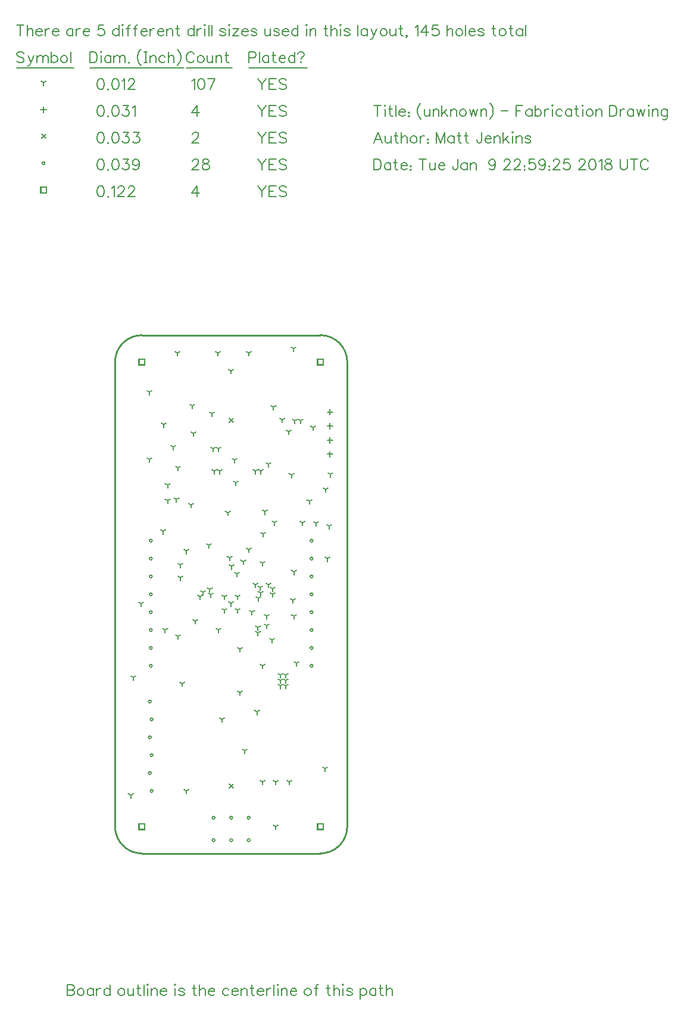
<source format=gbr>
G04 start of page 14 for group -3984 idx -3984 *
G04 Title: (unknown), fab *
G04 Creator: pcb 1.99z *
G04 CreationDate: Tue Jan  9 22:59:25 2018 UTC *
G04 For: matt *
G04 Format: Gerber/RS-274X *
G04 PCB-Dimensions (mm): 60.96 109.22 *
G04 PCB-Coordinate-Origin: lower left *
%MOMM*%
%FSLAX43Y43*%
%LNFAB*%
%ADD88C,0.254*%
%ADD87C,0.152*%
%ADD86R,0.203X0.203*%
G54D86*X42774Y88036D02*X43586D01*
X42774D02*Y87224D01*
X43586D01*
Y88036D02*Y87224D01*
X17374Y88036D02*X18186D01*
X17374D02*Y87224D01*
X18186D01*
Y88036D02*Y87224D01*
X42774Y21996D02*X43586D01*
X42774D02*Y21184D01*
X43586D01*
Y21996D02*Y21184D01*
X17374Y21996D02*X18186D01*
X17374D02*Y21184D01*
X18186D01*
Y21996D02*Y21184D01*
X3404Y112484D02*X4216D01*
X3404D02*Y111671D01*
X4216D01*
Y112484D02*Y111671D01*
G54D87*X34290Y112649D02*X34870Y111923D01*
Y111125D01*
X35451Y112649D02*X34870Y111923D01*
X35909Y112649D02*Y111125D01*
Y112649D02*X36852D01*
X35909Y111923D02*X36489D01*
X35909Y111125D02*X36852D01*
X38325Y112431D02*X38180Y112576D01*
X37962Y112649D01*
X37672D02*X37962D01*
X37672D02*X37454Y112576D01*
X37309Y112431D01*
Y112286D01*
X37381Y112141D01*
X37454Y112068D01*
X37599Y111996D01*
X38035Y111851D01*
X38180Y111778D01*
X38252Y111706D01*
X38325Y111560D01*
Y111342D01*
X38180Y111198D01*
X37962Y111125D01*
X37672D02*X37962D01*
X37672D02*X37454Y111198D01*
X37309Y111342D01*
X25617Y112649D02*X24892Y111633D01*
X25980D01*
X25617Y112649D02*Y111125D01*
X11865Y112649D02*X11648Y112577D01*
X11502Y112359D01*
X11430Y111996D01*
Y111778D01*
X11502Y111415D01*
X11648Y111198D01*
X11865Y111125D01*
X12011D01*
X12228Y111198D01*
X12373Y111415D01*
X12446Y111778D01*
Y111996D02*Y111778D01*
Y111996D02*X12373Y112359D01*
X12228Y112577D01*
X12011Y112649D01*
X11865D02*X12011D01*
X12976Y111239D02*X12903Y111167D01*
X12976Y111095D01*
X13048Y111167D01*
X12976Y111239D01*
X13505Y112359D02*X13650Y112432D01*
X13868Y112649D01*
Y111125D01*
X14398Y112359D02*Y112286D01*
Y112359D02*X14470Y112504D01*
X14542Y112577D01*
X14688Y112649D01*
X14978D01*
X15123Y112577D01*
X15196Y112504D01*
X15268Y112359D01*
Y112214D01*
X15196Y112068D01*
X15051Y111851D01*
X14325Y111125D01*
X15341D01*
X15871Y112359D02*Y112286D01*
Y112359D02*X15943Y112504D01*
X16015Y112577D01*
X16161Y112649D01*
X16451D01*
X16596Y112577D01*
X16669Y112504D01*
X16741Y112359D01*
Y112214D01*
X16669Y112068D01*
X16524Y111851D01*
X15798Y111125D01*
X16814D01*
X27777Y19660D02*G75*G03X28183Y19660I203J0D01*G01*
G75*G03X27777Y19660I-203J0D01*G01*
X30277D02*G75*G03X30683Y19660I203J0D01*G01*
G75*G03X30277Y19660I-203J0D01*G01*
X32777D02*G75*G03X33183Y19660I203J0D01*G01*
G75*G03X32777Y19660I-203J0D01*G01*
Y22860D02*G75*G03X33183Y22860I203J0D01*G01*
G75*G03X32777Y22860I-203J0D01*G01*
X30277D02*G75*G03X30683Y22860I203J0D01*G01*
G75*G03X30277Y22860I-203J0D01*G01*
X27777D02*G75*G03X28183Y22860I203J0D01*G01*
G75*G03X27777Y22860I-203J0D01*G01*
X18720Y39370D02*G75*G03X19126Y39370I203J0D01*G01*
G75*G03X18720Y39370I-203J0D01*G01*
X18974Y36830D02*G75*G03X19380Y36830I203J0D01*G01*
G75*G03X18974Y36830I-203J0D01*G01*
X18720Y34290D02*G75*G03X19126Y34290I203J0D01*G01*
G75*G03X18720Y34290I-203J0D01*G01*
X18974Y31750D02*G75*G03X19380Y31750I203J0D01*G01*
G75*G03X18974Y31750I-203J0D01*G01*
X18720Y29210D02*G75*G03X19126Y29210I203J0D01*G01*
G75*G03X18720Y29210I-203J0D01*G01*
X18974Y26670D02*G75*G03X19380Y26670I203J0D01*G01*
G75*G03X18974Y26670I-203J0D01*G01*
X18847Y62230D02*G75*G03X19253Y62230I203J0D01*G01*
G75*G03X18847Y62230I-203J0D01*G01*
Y59690D02*G75*G03X19253Y59690I203J0D01*G01*
G75*G03X18847Y59690I-203J0D01*G01*
Y57150D02*G75*G03X19253Y57150I203J0D01*G01*
G75*G03X18847Y57150I-203J0D01*G01*
Y54610D02*G75*G03X19253Y54610I203J0D01*G01*
G75*G03X18847Y54610I-203J0D01*G01*
Y52070D02*G75*G03X19253Y52070I203J0D01*G01*
G75*G03X18847Y52070I-203J0D01*G01*
Y49530D02*G75*G03X19253Y49530I203J0D01*G01*
G75*G03X18847Y49530I-203J0D01*G01*
Y46990D02*G75*G03X19253Y46990I203J0D01*G01*
G75*G03X18847Y46990I-203J0D01*G01*
Y44450D02*G75*G03X19253Y44450I203J0D01*G01*
G75*G03X18847Y44450I-203J0D01*G01*
X41707D02*G75*G03X42113Y44450I203J0D01*G01*
G75*G03X41707Y44450I-203J0D01*G01*
Y46990D02*G75*G03X42113Y46990I203J0D01*G01*
G75*G03X41707Y46990I-203J0D01*G01*
Y49530D02*G75*G03X42113Y49530I203J0D01*G01*
G75*G03X41707Y49530I-203J0D01*G01*
Y52070D02*G75*G03X42113Y52070I203J0D01*G01*
G75*G03X41707Y52070I-203J0D01*G01*
Y54610D02*G75*G03X42113Y54610I203J0D01*G01*
G75*G03X41707Y54610I-203J0D01*G01*
Y57150D02*G75*G03X42113Y57150I203J0D01*G01*
G75*G03X41707Y57150I-203J0D01*G01*
Y59690D02*G75*G03X42113Y59690I203J0D01*G01*
G75*G03X41707Y59690I-203J0D01*G01*
Y62230D02*G75*G03X42113Y62230I203J0D01*G01*
G75*G03X41707Y62230I-203J0D01*G01*
X3607Y115888D02*G75*G03X4013Y115888I203J0D01*G01*
G75*G03X3607Y115888I-203J0D01*G01*
X34290Y116459D02*X34870Y115733D01*
Y114935D01*
X35451Y116459D02*X34870Y115733D01*
X35909Y116459D02*Y114935D01*
Y116459D02*X36852D01*
X35909Y115733D02*X36489D01*
X35909Y114935D02*X36852D01*
X38325Y116241D02*X38180Y116386D01*
X37962Y116459D01*
X37672D02*X37962D01*
X37672D02*X37454Y116386D01*
X37309Y116241D01*
Y116096D01*
X37381Y115951D01*
X37454Y115878D01*
X37599Y115806D01*
X38035Y115661D01*
X38180Y115588D01*
X38252Y115516D01*
X38325Y115370D01*
Y115152D01*
X38180Y115008D01*
X37962Y114935D01*
X37672D02*X37962D01*
X37672D02*X37454Y115008D01*
X37309Y115152D01*
X24964Y116169D02*Y116096D01*
Y116169D02*X25037Y116314D01*
X25109Y116387D01*
X25255Y116459D01*
X25545D01*
X25690Y116387D01*
X25763Y116314D01*
X25835Y116169D01*
Y116024D01*
X25763Y115878D01*
X25617Y115661D01*
X24892Y114935D01*
X25908D01*
X26728Y116459D02*X26510Y116387D01*
X26437Y116242D01*
Y116096D01*
X26510Y115951D01*
X26655Y115878D01*
X26945Y115806D01*
X27163Y115734D01*
X27308Y115588D01*
X27381Y115443D01*
Y115225D01*
X27308Y115080D01*
X27235Y115008D01*
X27018Y114935D01*
X26728D02*X27018D01*
X26728D02*X26510Y115008D01*
X26437Y115080D01*
X26365Y115225D01*
Y115443D02*Y115225D01*
Y115443D02*X26437Y115588D01*
X26582Y115734D01*
X26800Y115806D01*
X27090Y115878D01*
X27235Y115951D01*
X27308Y116096D01*
Y116242D02*Y116096D01*
Y116242D02*X27235Y116387D01*
X27018Y116459D01*
X26728D02*X27018D01*
X11865D02*X11648Y116387D01*
X11502Y116169D01*
X11430Y115806D01*
Y115588D01*
X11502Y115225D01*
X11648Y115008D01*
X11865Y114935D01*
X12011D01*
X12228Y115008D01*
X12373Y115225D01*
X12446Y115588D01*
Y115806D02*Y115588D01*
Y115806D02*X12373Y116169D01*
X12228Y116387D01*
X12011Y116459D01*
X11865D02*X12011D01*
X12976Y115049D02*X12903Y114977D01*
X12976Y114905D01*
X13048Y114977D01*
X12976Y115049D01*
X13941Y116459D02*X13723Y116387D01*
X13578Y116169D01*
X13505Y115806D01*
Y115588D01*
X13578Y115225D01*
X13723Y115008D01*
X13941Y114935D01*
X14086D01*
X14303Y115008D01*
X14449Y115225D01*
X14521Y115588D01*
Y115806D02*Y115588D01*
Y115806D02*X14449Y116169D01*
X14303Y116387D01*
X14086Y116459D01*
X13941D02*X14086D01*
X15123D02*X15922D01*
X15486Y115878D01*
X15704D01*
X15849Y115806D01*
X15922Y115734D01*
X15994Y115516D01*
Y115371D01*
X15922Y115153D01*
X15777Y115008D01*
X15559Y114935D01*
X15341D02*X15559D01*
X15341D02*X15123Y115008D01*
X15051Y115080D01*
X14979Y115225D01*
X17395Y115951D02*X17322Y115734D01*
X17177Y115588D01*
X16959Y115516D01*
X16887D02*X16959D01*
X16887D02*X16669Y115588D01*
X16524Y115734D01*
X16452Y115951D01*
Y116024D02*Y115951D01*
Y116024D02*X16524Y116242D01*
X16669Y116387D01*
X16887Y116459D01*
X16959D01*
X17177Y116387D01*
X17322Y116242D01*
X17395Y115951D01*
Y115588D01*
X17322Y115225D01*
X17177Y115008D01*
X16959Y114935D01*
X16814D02*X16959D01*
X16814D02*X16596Y115008D01*
X16524Y115153D01*
X30175Y79645D02*X30785Y79035D01*
X30175D02*X30785Y79645D01*
X30175Y27645D02*X30785Y27035D01*
X30175D02*X30785Y27645D01*
X3505Y120002D02*X4115Y119393D01*
X3505D02*X4115Y120002D01*
X34290Y120269D02*X34870Y119543D01*
Y118745D01*
X35451Y120269D02*X34870Y119543D01*
X35909Y120269D02*Y118745D01*
Y120269D02*X36852D01*
X35909Y119543D02*X36489D01*
X35909Y118745D02*X36852D01*
X38325Y120051D02*X38180Y120196D01*
X37962Y120269D01*
X37672D02*X37962D01*
X37672D02*X37454Y120196D01*
X37309Y120051D01*
Y119906D01*
X37381Y119761D01*
X37454Y119688D01*
X37599Y119616D01*
X38035Y119471D01*
X38180Y119398D01*
X38252Y119326D01*
X38325Y119180D01*
Y118962D01*
X38180Y118818D01*
X37962Y118745D01*
X37672D02*X37962D01*
X37672D02*X37454Y118818D01*
X37309Y118962D01*
X24964Y119979D02*Y119906D01*
Y119979D02*X25037Y120124D01*
X25109Y120197D01*
X25255Y120269D01*
X25545D01*
X25690Y120197D01*
X25763Y120124D01*
X25835Y119979D01*
Y119834D01*
X25763Y119688D01*
X25617Y119471D01*
X24892Y118745D01*
X25908D01*
X11865Y120269D02*X11648Y120197D01*
X11502Y119979D01*
X11430Y119616D01*
Y119398D01*
X11502Y119035D01*
X11648Y118818D01*
X11865Y118745D01*
X12011D01*
X12228Y118818D01*
X12373Y119035D01*
X12446Y119398D01*
Y119616D02*Y119398D01*
Y119616D02*X12373Y119979D01*
X12228Y120197D01*
X12011Y120269D01*
X11865D02*X12011D01*
X12976Y118859D02*X12903Y118787D01*
X12976Y118715D01*
X13048Y118787D01*
X12976Y118859D01*
X13941Y120269D02*X13723Y120197D01*
X13578Y119979D01*
X13505Y119616D01*
Y119398D01*
X13578Y119035D01*
X13723Y118818D01*
X13941Y118745D01*
X14086D01*
X14303Y118818D01*
X14449Y119035D01*
X14521Y119398D01*
Y119616D02*Y119398D01*
Y119616D02*X14449Y119979D01*
X14303Y120197D01*
X14086Y120269D01*
X13941D02*X14086D01*
X15123D02*X15922D01*
X15486Y119688D01*
X15704D01*
X15849Y119616D01*
X15922Y119544D01*
X15994Y119326D01*
Y119181D01*
X15922Y118963D01*
X15777Y118818D01*
X15559Y118745D01*
X15341D02*X15559D01*
X15341D02*X15123Y118818D01*
X15051Y118890D01*
X14979Y119035D01*
X16596Y120269D02*X17395D01*
X16959Y119688D01*
X17177D01*
X17322Y119616D01*
X17395Y119544D01*
X17467Y119326D01*
Y119181D01*
X17395Y118963D01*
X17250Y118818D01*
X17032Y118745D01*
X16814D02*X17032D01*
X16814D02*X16596Y118818D01*
X16524Y118890D01*
X16452Y119035D01*
X44550Y80926D02*Y80114D01*
X44144Y80520D02*X44956D01*
X44550Y78926D02*Y78114D01*
X44144Y78520D02*X44956D01*
X44550Y76926D02*Y76114D01*
X44144Y76520D02*X44956D01*
X44550Y74926D02*Y74114D01*
X44144Y74520D02*X44956D01*
X3810Y123914D02*Y123101D01*
X3404Y123508D02*X4216D01*
X34290Y124079D02*X34870Y123353D01*
Y122555D01*
X35451Y124079D02*X34870Y123353D01*
X35909Y124079D02*Y122555D01*
Y124079D02*X36852D01*
X35909Y123353D02*X36489D01*
X35909Y122555D02*X36852D01*
X38325Y123861D02*X38180Y124006D01*
X37962Y124079D01*
X37672D02*X37962D01*
X37672D02*X37454Y124006D01*
X37309Y123861D01*
Y123716D01*
X37381Y123571D01*
X37454Y123498D01*
X37599Y123426D01*
X38035Y123281D01*
X38180Y123208D01*
X38252Y123136D01*
X38325Y122990D01*
Y122772D01*
X38180Y122628D01*
X37962Y122555D01*
X37672D02*X37962D01*
X37672D02*X37454Y122628D01*
X37309Y122772D01*
X25617Y124079D02*X24892Y123063D01*
X25980D01*
X25617Y124079D02*Y122555D01*
X11865Y124079D02*X11648Y124007D01*
X11502Y123789D01*
X11430Y123426D01*
Y123208D01*
X11502Y122845D01*
X11648Y122628D01*
X11865Y122555D01*
X12011D01*
X12228Y122628D01*
X12373Y122845D01*
X12446Y123208D01*
Y123426D02*Y123208D01*
Y123426D02*X12373Y123789D01*
X12228Y124007D01*
X12011Y124079D01*
X11865D02*X12011D01*
X12976Y122669D02*X12903Y122597D01*
X12976Y122525D01*
X13048Y122597D01*
X12976Y122669D01*
X13941Y124079D02*X13723Y124007D01*
X13578Y123789D01*
X13505Y123426D01*
Y123208D01*
X13578Y122845D01*
X13723Y122628D01*
X13941Y122555D01*
X14086D01*
X14303Y122628D01*
X14449Y122845D01*
X14521Y123208D01*
Y123426D02*Y123208D01*
Y123426D02*X14449Y123789D01*
X14303Y124007D01*
X14086Y124079D01*
X13941D02*X14086D01*
X15123D02*X15922D01*
X15486Y123498D01*
X15704D01*
X15849Y123426D01*
X15922Y123354D01*
X15994Y123136D01*
Y122991D01*
X15922Y122773D01*
X15777Y122628D01*
X15559Y122555D01*
X15341D02*X15559D01*
X15341D02*X15123Y122628D01*
X15051Y122700D01*
X14979Y122845D01*
X16452Y123789D02*X16596Y123862D01*
X16814Y124079D01*
Y122555D01*
X38250Y41620D02*Y41214D01*
Y41620D02*X38602Y41823D01*
X38250Y41620D02*X37898Y41823D01*
X38250Y42370D02*Y41964D01*
Y42370D02*X38602Y42573D01*
X38250Y42370D02*X37898Y42573D01*
X38250Y43120D02*Y42714D01*
Y43120D02*X38602Y43323D01*
X38250Y43120D02*X37898Y43323D01*
X37500Y43120D02*Y42714D01*
Y43120D02*X37852Y43323D01*
X37500Y43120D02*X37148Y43323D01*
X37500Y42370D02*Y41964D01*
Y42370D02*X37852Y42573D01*
X37500Y42370D02*X37148Y42573D01*
X37500Y41620D02*Y41214D01*
Y41620D02*X37852Y41823D01*
X37500Y41620D02*X37148Y41823D01*
X29500Y54270D02*Y53864D01*
Y54270D02*X29852Y54473D01*
X29500Y54270D02*X29148Y54473D01*
X29500Y52370D02*Y51964D01*
Y52370D02*X29852Y52573D01*
X29500Y52370D02*X29148Y52573D01*
X31400Y52370D02*Y51964D01*
Y52370D02*X31752Y52573D01*
X31400Y52370D02*X31048Y52573D01*
X31400Y54270D02*Y53864D01*
Y54270D02*X31752Y54473D01*
X31400Y54270D02*X31048Y54473D01*
X33950Y72120D02*Y71714D01*
Y72120D02*X34302Y72323D01*
X33950Y72120D02*X33598Y72323D01*
X34700Y72120D02*Y71714D01*
Y72120D02*X35052Y72323D01*
X34700Y72120D02*X34348Y72323D01*
X28100Y72120D02*Y71714D01*
Y72120D02*X28452Y72323D01*
X28100Y72120D02*X27748Y72323D01*
X28850Y72120D02*Y71714D01*
Y72120D02*X29202Y72323D01*
X28850Y72120D02*X28498Y72323D01*
X39250Y53770D02*Y53364D01*
Y53770D02*X39602Y53973D01*
X39250Y53770D02*X38898Y53973D01*
X32200Y59270D02*Y58864D01*
Y59270D02*X32552Y59473D01*
X32200Y59270D02*X31848Y59473D01*
X30250Y59820D02*Y59414D01*
Y59820D02*X30602Y60023D01*
X30250Y59820D02*X29898Y60023D01*
X36650Y64820D02*Y64414D01*
Y64820D02*X37002Y65023D01*
X36650Y64820D02*X36298Y65023D01*
X31300Y57520D02*Y57114D01*
Y57520D02*X31652Y57723D01*
X31300Y57520D02*X30948Y57723D01*
X23250Y56970D02*Y56564D01*
Y56970D02*X23602Y57173D01*
X23250Y56970D02*X22898Y57173D01*
X44150Y59670D02*Y59264D01*
Y59670D02*X44502Y59873D01*
X44150Y59670D02*X43798Y59873D01*
X34300Y49920D02*Y49514D01*
Y49920D02*X34652Y50123D01*
X34300Y49920D02*X33948Y50123D01*
X34300Y49120D02*Y48714D01*
Y49120D02*X34652Y49323D01*
X34300Y49120D02*X33948Y49323D01*
X31700Y46820D02*Y46414D01*
Y46820D02*X32052Y47023D01*
X31700Y46820D02*X31348Y47023D01*
X28700Y49570D02*Y49164D01*
Y49570D02*X29052Y49773D01*
X28700Y49570D02*X28348Y49773D01*
X21100Y49570D02*Y49164D01*
Y49570D02*X21452Y49773D01*
X21100Y49570D02*X20748Y49773D01*
X30950Y73720D02*Y73314D01*
Y73720D02*X31302Y73923D01*
X30950Y73720D02*X30598Y73923D01*
X24950Y81420D02*Y81014D01*
Y81420D02*X25302Y81623D01*
X24950Y81420D02*X24598Y81623D01*
X30450Y53320D02*Y52914D01*
Y53320D02*X30802Y53523D01*
X30450Y53320D02*X30098Y53523D01*
X26450Y54920D02*Y54514D01*
Y54920D02*X26802Y55123D01*
X26450Y54920D02*X26098Y55123D01*
X26050Y54270D02*Y53864D01*
Y54270D02*X26402Y54473D01*
X26050Y54270D02*X25698Y54473D01*
X33950Y55970D02*Y55564D01*
Y55970D02*X34302Y56173D01*
X33950Y55970D02*X33598Y56173D01*
X34600Y55570D02*Y55164D01*
Y55570D02*X34952Y55773D01*
X34600Y55570D02*X34248Y55773D01*
X22860Y88900D02*Y88494D01*
Y88900D02*X23212Y89103D01*
X22860Y88900D02*X22508Y89103D01*
X28575Y88900D02*Y88494D01*
Y88900D02*X28927Y89103D01*
X28575Y88900D02*X28223Y89103D01*
X33020Y88900D02*Y88494D01*
Y88900D02*X33372Y89103D01*
X33020Y88900D02*X32668Y89103D01*
X30480Y86360D02*Y85954D01*
Y86360D02*X30832Y86563D01*
X30480Y86360D02*X30128Y86563D01*
X39370Y89535D02*Y89129D01*
Y89535D02*X39722Y89738D01*
X39370Y89535D02*X39018Y89738D01*
X22225Y75565D02*Y75159D01*
Y75565D02*X22577Y75768D01*
X22225Y75565D02*X21873Y75768D01*
X31115Y70485D02*Y70079D01*
Y70485D02*X31467Y70688D01*
X31115Y70485D02*X30763Y70688D01*
X24765Y67310D02*Y66904D01*
Y67310D02*X25117Y67513D01*
X24765Y67310D02*X24413Y67513D01*
X40640Y64770D02*Y64364D01*
Y64770D02*X40992Y64973D01*
X40640Y64770D02*X40288Y64973D01*
X27305Y61595D02*Y61189D01*
Y61595D02*X27657Y61798D01*
X27305Y61595D02*X26953Y61798D01*
X33020Y60960D02*Y60554D01*
Y60960D02*X33372Y61163D01*
X33020Y60960D02*X32668Y61163D01*
X34925Y59055D02*Y58649D01*
Y59055D02*X35277Y59258D01*
X34925Y59055D02*X34573Y59258D01*
X35560Y50165D02*Y49759D01*
Y50165D02*X35912Y50368D01*
X35560Y50165D02*X35208Y50368D01*
X25400Y50800D02*Y50394D01*
Y50800D02*X25752Y51003D01*
X25400Y50800D02*X25048Y51003D01*
X34925Y44450D02*Y44044D01*
Y44450D02*X35277Y44653D01*
X34925Y44450D02*X34573Y44653D01*
X23495Y41910D02*Y41504D01*
Y41910D02*X23847Y42113D01*
X23495Y41910D02*X23143Y42113D01*
X29210Y36830D02*Y36424D01*
Y36830D02*X29562Y37033D01*
X29210Y36830D02*X28858Y37033D01*
X32385Y32385D02*Y31979D01*
Y32385D02*X32737Y32588D01*
X32385Y32385D02*X32033Y32588D01*
X24130Y26670D02*Y26264D01*
Y26670D02*X24482Y26873D01*
X24130Y26670D02*X23778Y26873D01*
X36830Y21590D02*Y21184D01*
Y21590D02*X37182Y21793D01*
X36830Y21590D02*X36478Y21793D01*
X38735Y27940D02*Y27534D01*
Y27940D02*X39087Y28143D01*
X38735Y27940D02*X38383Y28143D01*
X36830Y27940D02*Y27534D01*
Y27940D02*X37182Y28143D01*
X36830Y27940D02*X36478Y28143D01*
X34925Y27940D02*Y27534D01*
Y27940D02*X35277Y28143D01*
X34925Y27940D02*X34573Y28143D01*
X43815Y29845D02*Y29439D01*
Y29845D02*X44167Y30048D01*
X43815Y29845D02*X43463Y30048D01*
X34150Y37920D02*Y37514D01*
Y37920D02*X34502Y38123D01*
X34150Y37920D02*X33798Y38123D01*
X31750Y40640D02*Y40234D01*
Y40640D02*X32102Y40843D01*
X31750Y40640D02*X31398Y40843D01*
X35550Y51530D02*Y51124D01*
Y51530D02*X35902Y51733D01*
X35550Y51530D02*X35198Y51733D01*
X22950Y48620D02*Y48214D01*
Y48620D02*X23302Y48823D01*
X22950Y48620D02*X22598Y48823D01*
X27550Y54570D02*Y54164D01*
Y54570D02*X27902Y54773D01*
X27550Y54570D02*X27198Y54773D01*
X27450Y55320D02*Y54914D01*
Y55320D02*X27802Y55523D01*
X27450Y55320D02*X27098Y55523D01*
X35800Y55970D02*Y55564D01*
Y55970D02*X36152Y56173D01*
X35800Y55970D02*X35448Y56173D01*
X36400Y55420D02*Y55014D01*
Y55420D02*X36752Y55623D01*
X36400Y55420D02*X36048Y55623D01*
X39400Y57820D02*Y57414D01*
Y57820D02*X39752Y58023D01*
X39400Y57820D02*X39048Y58023D01*
X39400Y51520D02*Y51114D01*
Y51520D02*X39752Y51723D01*
X39400Y51520D02*X39048Y51723D01*
X36300Y48120D02*Y47714D01*
Y48120D02*X36652Y48323D01*
X36300Y48120D02*X35948Y48323D01*
X34650Y54820D02*Y54414D01*
Y54820D02*X35002Y55023D01*
X34650Y54820D02*X34298Y55023D01*
X33450Y52120D02*Y51714D01*
Y52120D02*X33802Y52323D01*
X33450Y52120D02*X33098Y52323D01*
X36400Y54620D02*Y54214D01*
Y54620D02*X36752Y54823D01*
X36400Y54620D02*X36048Y54823D01*
X34350Y54070D02*Y53664D01*
Y54070D02*X34702Y54273D01*
X34350Y54070D02*X33998Y54273D01*
X44450Y64320D02*Y63914D01*
Y64320D02*X44802Y64523D01*
X44450Y64320D02*X44098Y64523D01*
X38650Y77720D02*Y77314D01*
Y77720D02*X39002Y77923D01*
X38650Y77720D02*X38298Y77923D01*
X37750Y79420D02*Y79014D01*
Y79420D02*X38102Y79623D01*
X37750Y79420D02*X37398Y79623D01*
X39550Y79270D02*Y78864D01*
Y79270D02*X39902Y79473D01*
X39550Y79270D02*X39198Y79473D01*
X40350Y79270D02*Y78864D01*
Y79270D02*X40702Y79473D01*
X40350Y79270D02*X39998Y79473D01*
X42550Y64720D02*Y64314D01*
Y64720D02*X42902Y64923D01*
X42550Y64720D02*X42198Y64923D01*
X43900Y69520D02*Y69114D01*
Y69520D02*X44252Y69723D01*
X43900Y69520D02*X43548Y69723D01*
X30000Y66220D02*Y65814D01*
Y66220D02*X30352Y66423D01*
X30000Y66220D02*X29648Y66423D01*
X35300Y66370D02*Y65964D01*
Y66370D02*X35652Y66573D01*
X35300Y66370D02*X34948Y66573D01*
X17650Y53270D02*Y52864D01*
Y53270D02*X18002Y53473D01*
X17650Y53270D02*X17298Y53473D01*
X20800Y63570D02*Y63164D01*
Y63570D02*X21152Y63773D01*
X20800Y63570D02*X20448Y63773D01*
X35050Y63220D02*Y62814D01*
Y63220D02*X35402Y63423D01*
X35050Y63220D02*X34698Y63423D01*
X21450Y70120D02*Y69714D01*
Y70120D02*X21802Y70323D01*
X21450Y70120D02*X21098Y70323D01*
X21450Y67920D02*Y67514D01*
Y67920D02*X21802Y68123D01*
X21450Y67920D02*X21098Y68123D01*
X20900Y78720D02*Y78314D01*
Y78720D02*X21252Y78923D01*
X20900Y78720D02*X20548Y78923D01*
X27900Y75320D02*Y74914D01*
Y75320D02*X28252Y75523D01*
X27900Y75320D02*X27548Y75523D01*
X28700Y75320D02*Y74914D01*
Y75320D02*X29052Y75523D01*
X28700Y75320D02*X28348Y75523D01*
X41600Y67870D02*Y67464D01*
Y67870D02*X41952Y68073D01*
X41600Y67870D02*X41248Y68073D01*
X30550Y58570D02*Y58164D01*
Y58570D02*X30902Y58773D01*
X30550Y58570D02*X30198Y58773D01*
X35800Y73120D02*Y72714D01*
Y73120D02*X36152Y73323D01*
X35800Y73120D02*X35448Y73323D01*
X42100Y78320D02*Y77914D01*
Y78320D02*X42452Y78523D01*
X42100Y78320D02*X41748Y78523D01*
X27750Y80320D02*Y79914D01*
Y80320D02*X28102Y80523D01*
X27750Y80320D02*X27398Y80523D01*
X16550Y42770D02*Y42364D01*
Y42770D02*X16902Y42973D01*
X16550Y42770D02*X16198Y42973D01*
X23250Y58820D02*Y58414D01*
Y58820D02*X23602Y59023D01*
X23250Y58820D02*X22898Y59023D01*
X18850Y73770D02*Y73364D01*
Y73770D02*X19202Y73973D01*
X18850Y73770D02*X18498Y73973D01*
X18850Y83370D02*Y82964D01*
Y83370D02*X19202Y83573D01*
X18850Y83370D02*X18498Y83573D01*
X44600Y71670D02*Y71264D01*
Y71670D02*X44952Y71873D01*
X44600Y71670D02*X44248Y71873D01*
X39750Y44820D02*Y44414D01*
Y44820D02*X40102Y45023D01*
X39750Y44820D02*X39398Y45023D01*
X16200Y26070D02*Y25664D01*
Y26070D02*X16552Y26273D01*
X16200Y26070D02*X15848Y26273D01*
X24100Y60770D02*Y60364D01*
Y60770D02*X24452Y60973D01*
X24100Y60770D02*X23748Y60973D01*
X22700Y68120D02*Y67714D01*
Y68120D02*X23052Y68323D01*
X22700Y68120D02*X22348Y68323D01*
X22900Y72620D02*Y72214D01*
Y72620D02*X23252Y72823D01*
X22900Y72620D02*X22548Y72823D01*
X25150Y77470D02*Y77064D01*
Y77470D02*X25502Y77673D01*
X25150Y77470D02*X24798Y77673D01*
X39057Y71580D02*Y71174D01*
Y71580D02*X39409Y71783D01*
X39057Y71580D02*X38705Y71783D01*
X36500Y81220D02*Y80814D01*
Y81220D02*X36852Y81423D01*
X36500Y81220D02*X36148Y81423D01*
X3810Y127318D02*Y126911D01*
Y127318D02*X4162Y127521D01*
X3810Y127318D02*X3458Y127521D01*
X34290Y127889D02*X34870Y127163D01*
Y126365D01*
X35451Y127889D02*X34870Y127163D01*
X35909Y127889D02*Y126365D01*
Y127889D02*X36852D01*
X35909Y127163D02*X36489D01*
X35909Y126365D02*X36852D01*
X38325Y127671D02*X38180Y127816D01*
X37962Y127889D01*
X37672D02*X37962D01*
X37672D02*X37454Y127816D01*
X37309Y127671D01*
Y127526D01*
X37381Y127381D01*
X37454Y127308D01*
X37599Y127236D01*
X38035Y127091D01*
X38180Y127018D01*
X38252Y126946D01*
X38325Y126800D01*
Y126582D01*
X38180Y126438D01*
X37962Y126365D01*
X37672D02*X37962D01*
X37672D02*X37454Y126438D01*
X37309Y126582D01*
X24892Y127599D02*X25037Y127672D01*
X25255Y127889D01*
Y126365D01*
X26147Y127889D02*X25930Y127817D01*
X25784Y127599D01*
X25712Y127236D01*
Y127018D01*
X25784Y126655D01*
X25930Y126438D01*
X26147Y126365D01*
X26293D01*
X26510Y126438D01*
X26655Y126655D01*
X26728Y127018D01*
Y127236D02*Y127018D01*
Y127236D02*X26655Y127599D01*
X26510Y127817D01*
X26293Y127889D01*
X26147D02*X26293D01*
X28201D02*X27475Y126365D01*
X27185Y127889D02*X28201D01*
X11865D02*X11648Y127817D01*
X11502Y127599D01*
X11430Y127236D01*
Y127018D01*
X11502Y126655D01*
X11648Y126438D01*
X11865Y126365D01*
X12011D01*
X12228Y126438D01*
X12373Y126655D01*
X12446Y127018D01*
Y127236D02*Y127018D01*
Y127236D02*X12373Y127599D01*
X12228Y127817D01*
X12011Y127889D01*
X11865D02*X12011D01*
X12976Y126479D02*X12903Y126407D01*
X12976Y126335D01*
X13048Y126407D01*
X12976Y126479D01*
X13941Y127889D02*X13723Y127817D01*
X13578Y127599D01*
X13505Y127236D01*
Y127018D01*
X13578Y126655D01*
X13723Y126438D01*
X13941Y126365D01*
X14086D01*
X14303Y126438D01*
X14449Y126655D01*
X14521Y127018D01*
Y127236D02*Y127018D01*
Y127236D02*X14449Y127599D01*
X14303Y127817D01*
X14086Y127889D01*
X13941D02*X14086D01*
X14979Y127599D02*X15123Y127672D01*
X15341Y127889D01*
Y126365D01*
X15871Y127599D02*Y127526D01*
Y127599D02*X15944Y127744D01*
X16016Y127817D01*
X16161Y127889D01*
X16451D01*
X16597Y127817D01*
X16669Y127744D01*
X16742Y127599D01*
Y127454D01*
X16669Y127308D01*
X16524Y127091D01*
X15798Y126365D01*
X16814D01*
X1016Y131481D02*X871Y131626D01*
X653Y131699D01*
X363D02*X653D01*
X363D02*X145Y131626D01*
X0Y131481D01*
Y131336D01*
X72Y131191D01*
X145Y131118D01*
X290Y131046D01*
X726Y130901D01*
X871Y130828D01*
X943Y130756D01*
X1016Y130610D01*
Y130393D01*
X871Y130248D01*
X653Y130175D01*
X363D02*X653D01*
X363D02*X145Y130248D01*
X0Y130393D01*
X1545Y131191D02*X1981Y130175D01*
X2416Y131191D02*X1981Y130175D01*
X1836Y129886D01*
X1691Y129740D01*
X1545Y129667D01*
X1473D02*X1545D01*
X2874Y131191D02*Y130175D01*
Y130901D02*X3091Y131119D01*
X3236Y131191D01*
X3454D01*
X3599Y131119D01*
X3671Y130901D01*
Y130175D01*
Y130901D02*X3889Y131119D01*
X4034Y131191D01*
X4252D01*
X4397Y131119D01*
X4470Y130901D01*
Y130175D01*
X4927Y131699D02*Y130175D01*
Y130974D02*X5072Y131119D01*
X5217Y131191D01*
X5435D01*
X5579Y131119D01*
X5725Y130974D01*
X5798Y130756D01*
Y130611D01*
X5725Y130393D01*
X5579Y130248D01*
X5435Y130175D01*
X5217D02*X5435D01*
X5217D02*X5072Y130248D01*
X4927Y130393D01*
X6618Y131191D02*X6472Y131119D01*
X6327Y130974D01*
X6255Y130756D01*
Y130611D01*
X6327Y130393D01*
X6472Y130248D01*
X6618Y130175D01*
X6835D01*
X6980Y130248D01*
X7125Y130393D01*
X7198Y130611D01*
Y130756D02*Y130611D01*
Y130756D02*X7125Y130974D01*
X6980Y131119D01*
X6835Y131191D01*
X6618D02*X6835D01*
X7655Y131699D02*Y130175D01*
X0Y129413D02*X8112D01*
X10414Y131699D02*Y130175D01*
Y131699D02*X10922D01*
X11140Y131626D01*
X11285Y131481D01*
X11357Y131336D01*
X11430Y131118D01*
Y130755D01*
X11357Y130538D01*
X11285Y130393D01*
X11140Y130248D01*
X10922Y130175D01*
X10414D02*X10922D01*
X11959Y131195D02*Y130179D01*
X11887Y131703D02*X11959Y131630D01*
X12032Y131703D01*
X11959Y131775D01*
X11887Y131703D01*
X13360Y131191D02*Y130175D01*
Y130974D02*X13215Y131119D01*
X13070Y131191D01*
X12852D02*X13070D01*
X12852D02*X12707Y131119D01*
X12562Y130974D01*
X12489Y130756D01*
Y130611D01*
X12562Y130393D01*
X12707Y130248D01*
X12852Y130175D01*
X13070D01*
X13215Y130248D01*
X13360Y130393D01*
X13818Y131191D02*Y130175D01*
Y130901D02*X14035Y131119D01*
X14180Y131191D01*
X14398D01*
X14543Y131119D01*
X14615Y130901D01*
Y130175D01*
Y130901D02*X14833Y131119D01*
X14978Y131191D01*
X15196D01*
X15341Y131119D01*
X15414Y130901D01*
Y130175D01*
X15943Y130289D02*X15871Y130217D01*
X15943Y130145D01*
X16015Y130217D01*
X15943Y130289D01*
X17666Y132080D02*X17521Y131935D01*
X17376Y131717D01*
X17230Y131427D01*
X17158Y131064D01*
Y130774D01*
X17230Y130411D01*
X17376Y130121D01*
X17521Y129903D01*
X17666Y129758D01*
X18124Y131699D02*X18505D01*
X18314D02*Y130175D01*
X18124D02*X18505D01*
X18962Y131191D02*Y130175D01*
Y130901D02*X19180Y131119D01*
X19324Y131191D01*
X19542D01*
X19687Y131119D01*
X19760Y130901D01*
Y130175D01*
X21088Y130974D02*X20943Y131119D01*
X20798Y131191D01*
X20580D02*X20798D01*
X20580D02*X20435Y131119D01*
X20290Y130974D01*
X20217Y130756D01*
Y130611D01*
X20290Y130393D01*
X20435Y130248D01*
X20580Y130175D01*
X20798D01*
X20943Y130248D01*
X21088Y130393D01*
X21545Y131699D02*Y130175D01*
Y130901D02*X21762Y131119D01*
X21908Y131191D01*
X22125D01*
X22271Y131119D01*
X22343Y130901D01*
Y130175D01*
X22801Y132080D02*X22945Y131935D01*
X23091Y131717D01*
X23236Y131427D01*
X23308Y131064D01*
Y130774D01*
X23236Y130411D01*
X23091Y130121D01*
X22945Y129903D01*
X22801Y129758D01*
X10414Y129413D02*X23765D01*
X25219Y131336D02*X25146Y131481D01*
X25001Y131626D01*
X24856Y131699D01*
X24565D02*X24856D01*
X24565D02*X24420Y131626D01*
X24275Y131481D01*
X24202Y131336D01*
X24130Y131118D01*
Y130755D01*
X24202Y130538D01*
X24275Y130393D01*
X24420Y130248D01*
X24565Y130175D01*
X24856D01*
X25001Y130248D01*
X25146Y130393D01*
X25219Y130538D01*
X26038Y131191D02*X25893Y131119D01*
X25748Y130974D01*
X25676Y130756D01*
Y130611D01*
X25748Y130393D01*
X25893Y130248D01*
X26038Y130175D01*
X26256D01*
X26401Y130248D01*
X26546Y130393D01*
X26619Y130611D01*
Y130756D02*Y130611D01*
Y130756D02*X26546Y130974D01*
X26401Y131119D01*
X26256Y131191D01*
X26038D02*X26256D01*
X27076D02*Y130466D01*
X27148Y130248D01*
X27294Y130175D01*
X27511D01*
X27657Y130248D01*
X27874Y130466D01*
Y131191D02*Y130175D01*
X28331Y131191D02*Y130175D01*
Y130901D02*X28549Y131119D01*
X28694Y131191D01*
X28912D01*
X29057Y131119D01*
X29130Y130901D01*
Y130175D01*
X29805Y131699D02*Y130465D01*
X29877Y130248D01*
X30022Y130175D01*
X30167D01*
X29587Y131191D02*X30095D01*
X24130Y129413D02*X30625D01*
X33020Y131699D02*Y130175D01*
Y131699D02*X33673D01*
X33891Y131626D01*
X33963Y131554D01*
X34036Y131409D01*
Y131191D01*
X33963Y131046D01*
X33891Y130973D01*
X33673Y130901D01*
X33020D02*X33673D01*
X34493Y131699D02*Y130175D01*
X35821Y131191D02*Y130175D01*
Y130974D02*X35676Y131119D01*
X35531Y131191D01*
X35313D02*X35531D01*
X35313D02*X35168Y131119D01*
X35023Y130974D01*
X34950Y130756D01*
Y130611D01*
X35023Y130393D01*
X35168Y130248D01*
X35313Y130175D01*
X35531D01*
X35676Y130248D01*
X35821Y130393D01*
X36496Y131699D02*Y130465D01*
X36568Y130248D01*
X36714Y130175D01*
X36859D01*
X36278Y131191D02*X36786D01*
X37316Y130756D02*X38186D01*
Y130901D02*Y130756D01*
Y130901D02*X38114Y131046D01*
X38042Y131119D01*
X37896Y131191D01*
X37679D02*X37896D01*
X37679D02*X37533Y131119D01*
X37388Y130974D01*
X37316Y130756D01*
Y130611D01*
X37388Y130393D01*
X37533Y130248D01*
X37679Y130175D01*
X37896D01*
X38042Y130248D01*
X38186Y130393D01*
X39514Y131699D02*Y130175D01*
Y130974D02*X39369Y131119D01*
X39224Y131191D01*
X39006D02*X39224D01*
X39006D02*X38861Y131119D01*
X38716Y130974D01*
X38644Y130756D01*
Y130611D01*
X38716Y130393D01*
X38861Y130248D01*
X39006Y130175D01*
X39224D01*
X39369Y130248D01*
X39514Y130393D01*
X39971Y131409D02*Y131336D01*
Y131409D02*X40044Y131554D01*
X40116Y131626D01*
X40261Y131699D01*
X40551D01*
X40697Y131626D01*
X40769Y131554D01*
X40841Y131409D01*
Y131264D01*
X40769Y131119D01*
X40697Y131046D01*
X40406Y130901D01*
Y130683D01*
Y130321D02*X40334Y130248D01*
X40406Y130175D01*
X40478Y130248D01*
X40406Y130321D01*
X33020Y129413D02*X41299D01*
X508Y135509D02*Y133985D01*
X0Y135509D02*X1016D01*
X1473D02*Y133985D01*
Y134711D02*X1690Y134929D01*
X1836Y135001D01*
X2053D01*
X2198Y134929D01*
X2271Y134711D01*
Y133985D01*
X2728Y134566D02*X3599D01*
Y134711D02*Y134566D01*
Y134711D02*X3526Y134856D01*
X3454Y134929D01*
X3309Y135001D01*
X3091D02*X3309D01*
X3091D02*X2946Y134929D01*
X2800Y134784D01*
X2728Y134566D01*
Y134421D01*
X2800Y134203D01*
X2946Y134058D01*
X3091Y133985D01*
X3309D01*
X3454Y134058D01*
X3599Y134203D01*
X4056Y135001D02*Y133985D01*
Y134566D02*X4128Y134784D01*
X4274Y134929D01*
X4418Y135001D01*
X4636D01*
X5094Y134566D02*X5964D01*
Y134711D02*Y134566D01*
Y134711D02*X5891Y134856D01*
X5819Y134929D01*
X5674Y135001D01*
X5456D02*X5674D01*
X5456D02*X5311Y134929D01*
X5166Y134784D01*
X5094Y134566D01*
Y134421D01*
X5166Y134203D01*
X5311Y134058D01*
X5456Y133985D01*
X5674D01*
X5819Y134058D01*
X5964Y134203D01*
X7978Y135001D02*Y133985D01*
Y134784D02*X7832Y134929D01*
X7687Y135001D01*
X7469D02*X7687D01*
X7469D02*X7325Y134929D01*
X7179Y134784D01*
X7107Y134566D01*
Y134421D01*
X7179Y134203D01*
X7325Y134058D01*
X7469Y133985D01*
X7687D01*
X7832Y134058D01*
X7978Y134203D01*
X8435Y135001D02*Y133985D01*
Y134566D02*X8507Y134784D01*
X8653Y134929D01*
X8798Y135001D01*
X9015D01*
X9473Y134566D02*X10343D01*
Y134711D02*Y134566D01*
Y134711D02*X10271Y134856D01*
X10198Y134929D01*
X10053Y135001D01*
X9835D02*X10053D01*
X9835D02*X9690Y134929D01*
X9545Y134784D01*
X9473Y134566D01*
Y134421D01*
X9545Y134203D01*
X9690Y134058D01*
X9835Y133985D01*
X10053D01*
X10198Y134058D01*
X10343Y134203D01*
X11631Y135509D02*X12357D01*
X11631D02*X11558Y134856D01*
X11631Y134928D01*
X11849Y135001D01*
X12066D01*
X12284Y134928D01*
X12429Y134784D01*
X12502Y134566D01*
Y134421D01*
X12429Y134203D01*
X12284Y134058D01*
X12066Y133985D01*
X11849D02*X12066D01*
X11849D02*X11631Y134058D01*
X11558Y134130D01*
X11486Y134275D01*
X14515Y135509D02*Y133985D01*
Y134784D02*X14370Y134929D01*
X14225Y135001D01*
X14008D02*X14225D01*
X14008D02*X13862Y134929D01*
X13717Y134784D01*
X13645Y134566D01*
Y134421D01*
X13717Y134203D01*
X13862Y134058D01*
X14008Y133985D01*
X14225D01*
X14370Y134058D01*
X14515Y134203D01*
X15045Y135005D02*Y133989D01*
X14972Y135513D02*X15045Y135440D01*
X15117Y135513D01*
X15045Y135585D01*
X14972Y135513D01*
X16010Y135509D02*X16155D01*
X16010D02*X15865Y135437D01*
X15792Y135219D01*
Y133985D01*
X15575Y135001D02*X16083D01*
X17048Y135509D02*X17192D01*
X17048D02*X16902Y135437D01*
X16829Y135219D01*
Y133985D01*
X16612Y135001D02*X17120D01*
X17649Y134566D02*X18520D01*
Y134711D02*Y134566D01*
Y134711D02*X18447Y134856D01*
X18375Y134929D01*
X18230Y135001D01*
X18012D02*X18230D01*
X18012D02*X17867Y134929D01*
X17721Y134784D01*
X17649Y134566D01*
Y134421D01*
X17721Y134203D01*
X17867Y134058D01*
X18012Y133985D01*
X18230D01*
X18375Y134058D01*
X18520Y134203D01*
X18977Y135001D02*Y133985D01*
Y134566D02*X19049Y134784D01*
X19195Y134929D01*
X19340Y135001D01*
X19557D01*
X20015Y134566D02*X20885D01*
Y134711D02*Y134566D01*
Y134711D02*X20813Y134856D01*
X20740Y134929D01*
X20595Y135001D01*
X20377D02*X20595D01*
X20377D02*X20232Y134929D01*
X20087Y134784D01*
X20015Y134566D01*
Y134421D01*
X20087Y134203D01*
X20232Y134058D01*
X20377Y133985D01*
X20595D01*
X20740Y134058D01*
X20885Y134203D01*
X21342Y135001D02*Y133985D01*
Y134711D02*X21560Y134929D01*
X21705Y135001D01*
X21923D01*
X22067Y134929D01*
X22140Y134711D01*
Y133985D01*
X22815Y135509D02*Y134275D01*
X22887Y134058D01*
X23033Y133985D01*
X23178D01*
X22597Y135001D02*X23105D01*
X25191Y135509D02*Y133985D01*
Y134784D02*X25046Y134929D01*
X24901Y135001D01*
X24684D02*X24901D01*
X24684D02*X24538Y134929D01*
X24393Y134784D01*
X24321Y134566D01*
Y134421D01*
X24393Y134203D01*
X24538Y134058D01*
X24684Y133985D01*
X24901D01*
X25046Y134058D01*
X25191Y134203D01*
X25648Y135001D02*Y133985D01*
Y134566D02*X25721Y134784D01*
X25866Y134929D01*
X26011Y135001D01*
X26229D01*
X26759Y135005D02*Y133989D01*
X26686Y135513D02*X26759Y135440D01*
X26831Y135513D01*
X26759Y135585D01*
X26686Y135513D01*
X27289Y135509D02*Y133985D01*
X27746Y135509D02*Y133985D01*
X29687Y134784D02*X29614Y134929D01*
X29396Y135001D01*
X29179D02*X29396D01*
X29179D02*X28961Y134929D01*
X28889Y134784D01*
X28961Y134638D01*
X29106Y134566D01*
X29469Y134493D01*
X29614Y134421D01*
X29687Y134276D01*
Y134203D01*
X29614Y134058D01*
X29396Y133985D01*
X29179D02*X29396D01*
X29179D02*X28961Y134058D01*
X28889Y134203D01*
X30216Y135005D02*Y133989D01*
X30144Y135513D02*X30216Y135440D01*
X30289Y135513D01*
X30216Y135585D01*
X30144Y135513D01*
X31544Y135001D02*X30746Y133985D01*
Y135001D02*X31544D01*
X30746Y133985D02*X31544D01*
X32002Y134566D02*X32872D01*
Y134711D02*Y134566D01*
Y134711D02*X32799Y134856D01*
X32727Y134929D01*
X32582Y135001D01*
X32364D02*X32582D01*
X32364D02*X32219Y134929D01*
X32074Y134784D01*
X32002Y134566D01*
Y134421D01*
X32074Y134203D01*
X32219Y134058D01*
X32364Y133985D01*
X32582D01*
X32727Y134058D01*
X32872Y134203D01*
X34127Y134784D02*X34054Y134929D01*
X33836Y135001D01*
X33619D02*X33836D01*
X33619D02*X33401Y134929D01*
X33329Y134784D01*
X33401Y134638D01*
X33546Y134566D01*
X33909Y134493D01*
X34054Y134421D01*
X34127Y134276D01*
Y134203D01*
X34054Y134058D01*
X33836Y133985D01*
X33619D02*X33836D01*
X33619D02*X33401Y134058D01*
X33329Y134203D01*
X35270Y135001D02*Y134276D01*
X35342Y134058D01*
X35488Y133985D01*
X35705D01*
X35850Y134058D01*
X36068Y134276D01*
Y135001D02*Y133985D01*
X37323Y134784D02*X37251Y134929D01*
X37033Y135001D01*
X36815D02*X37033D01*
X36815D02*X36597Y134929D01*
X36525Y134784D01*
X36597Y134638D01*
X36742Y134566D01*
X37105Y134493D01*
X37251Y134421D01*
X37323Y134276D01*
Y134203D01*
X37251Y134058D01*
X37033Y133985D01*
X36815D02*X37033D01*
X36815D02*X36597Y134058D01*
X36525Y134203D01*
X37780Y134566D02*X38650D01*
Y134711D02*Y134566D01*
Y134711D02*X38578Y134856D01*
X38506Y134929D01*
X38360Y135001D01*
X38143D02*X38360D01*
X38143D02*X37997Y134929D01*
X37852Y134784D01*
X37780Y134566D01*
Y134421D01*
X37852Y134203D01*
X37997Y134058D01*
X38143Y133985D01*
X38360D01*
X38506Y134058D01*
X38650Y134203D01*
X39978Y135509D02*Y133985D01*
Y134784D02*X39833Y134929D01*
X39688Y135001D01*
X39470D02*X39688D01*
X39470D02*X39325Y134929D01*
X39180Y134784D01*
X39108Y134566D01*
Y134421D01*
X39180Y134203D01*
X39325Y134058D01*
X39470Y133985D01*
X39688D01*
X39833Y134058D01*
X39978Y134203D01*
X41193Y135005D02*Y133989D01*
X41121Y135513D02*X41193Y135440D01*
X41266Y135513D01*
X41193Y135585D01*
X41121Y135513D01*
X41723Y135001D02*Y133985D01*
Y134711D02*X41941Y134929D01*
X42086Y135001D01*
X42304D01*
X42449Y134929D01*
X42521Y134711D01*
Y133985D01*
X43882Y135509D02*Y134275D01*
X43954Y134058D01*
X44100Y133985D01*
X44245D01*
X43664Y135001D02*X44172D01*
X44702Y135509D02*Y133985D01*
Y134711D02*X44919Y134929D01*
X45065Y135001D01*
X45282D01*
X45428Y134929D01*
X45500Y134711D01*
Y133985D01*
X46030Y135005D02*Y133989D01*
X45958Y135513D02*X46030Y135440D01*
X46103Y135513D01*
X46030Y135585D01*
X45958Y135513D01*
X47358Y134784D02*X47285Y134929D01*
X47067Y135001D01*
X46850D02*X47067D01*
X46850D02*X46632Y134929D01*
X46560Y134784D01*
X46632Y134638D01*
X46777Y134566D01*
X47140Y134493D01*
X47285Y134421D01*
X47358Y134276D01*
Y134203D01*
X47285Y134058D01*
X47067Y133985D01*
X46850D02*X47067D01*
X46850D02*X46632Y134058D01*
X46560Y134203D01*
X48501Y135509D02*Y133985D01*
X49829Y135001D02*Y133985D01*
Y134784D02*X49683Y134929D01*
X49539Y135001D01*
X49321D02*X49539D01*
X49321D02*X49176Y134929D01*
X49030Y134784D01*
X48958Y134566D01*
Y134421D01*
X49030Y134203D01*
X49176Y134058D01*
X49321Y133985D01*
X49539D01*
X49683Y134058D01*
X49829Y134203D01*
X50359Y135001D02*X50794Y133985D01*
X51229Y135001D02*X50794Y133985D01*
X50649Y133696D01*
X50504Y133550D01*
X50359Y133477D01*
X50286D02*X50359D01*
X52049Y135001D02*X51904Y134929D01*
X51759Y134784D01*
X51687Y134566D01*
Y134421D01*
X51759Y134203D01*
X51904Y134058D01*
X52049Y133985D01*
X52267D01*
X52412Y134058D01*
X52557Y134203D01*
X52630Y134421D01*
Y134566D02*Y134421D01*
Y134566D02*X52557Y134784D01*
X52412Y134929D01*
X52267Y135001D01*
X52049D02*X52267D01*
X53087D02*Y134276D01*
X53159Y134058D01*
X53305Y133985D01*
X53522D01*
X53668Y134058D01*
X53885Y134276D01*
Y135001D02*Y133985D01*
X54560Y135509D02*Y134275D01*
X54632Y134058D01*
X54778Y133985D01*
X54923D01*
X54342Y135001D02*X54850D01*
X55525Y134027D02*X55453Y133955D01*
X55380Y134027D01*
X55453Y134099D01*
X55525Y134027D01*
Y133882D01*
X55380Y133737D01*
X56668Y135219D02*X56813Y135292D01*
X57031Y135509D01*
Y133985D01*
X58214Y135509D02*X57488Y134493D01*
X58576D01*
X58214Y135509D02*Y133985D01*
X59179Y135509D02*X59904D01*
X59179D02*X59106Y134856D01*
X59179Y134928D01*
X59396Y135001D01*
X59614D01*
X59832Y134928D01*
X59977Y134784D01*
X60050Y134566D01*
Y134421D01*
X59977Y134203D01*
X59832Y134058D01*
X59614Y133985D01*
X59396D02*X59614D01*
X59396D02*X59179Y134058D01*
X59106Y134130D01*
X59033Y134275D01*
X61193Y135509D02*Y133985D01*
Y134711D02*X61410Y134929D01*
X61555Y135001D01*
X61773D01*
X61918Y134929D01*
X61991Y134711D01*
Y133985D01*
X62811Y135001D02*X62665Y134929D01*
X62520Y134784D01*
X62448Y134566D01*
Y134421D01*
X62520Y134203D01*
X62665Y134058D01*
X62811Y133985D01*
X63028D01*
X63173Y134058D01*
X63318Y134203D01*
X63391Y134421D01*
Y134566D02*Y134421D01*
Y134566D02*X63318Y134784D01*
X63173Y134929D01*
X63028Y135001D01*
X62811D02*X63028D01*
X63848Y135509D02*Y133985D01*
X64305Y134566D02*X65176D01*
Y134711D02*Y134566D01*
Y134711D02*X65103Y134856D01*
X65031Y134929D01*
X64886Y135001D01*
X64668D02*X64886D01*
X64668D02*X64523Y134929D01*
X64377Y134784D01*
X64305Y134566D01*
Y134421D01*
X64377Y134203D01*
X64523Y134058D01*
X64668Y133985D01*
X64886D01*
X65031Y134058D01*
X65176Y134203D01*
X66431Y134784D02*X66358Y134929D01*
X66140Y135001D01*
X65923D02*X66140D01*
X65923D02*X65705Y134929D01*
X65633Y134784D01*
X65705Y134638D01*
X65850Y134566D01*
X66213Y134493D01*
X66358Y134421D01*
X66431Y134276D01*
Y134203D01*
X66358Y134058D01*
X66140Y133985D01*
X65923D02*X66140D01*
X65923D02*X65705Y134058D01*
X65633Y134203D01*
X67792Y135509D02*Y134275D01*
X67864Y134058D01*
X68009Y133985D01*
X68154D01*
X67574Y135001D02*X68081D01*
X68974D02*X68829Y134929D01*
X68683Y134784D01*
X68611Y134566D01*
Y134421D01*
X68683Y134203D01*
X68829Y134058D01*
X68974Y133985D01*
X69192D01*
X69337Y134058D01*
X69482Y134203D01*
X69554Y134421D01*
Y134566D02*Y134421D01*
Y134566D02*X69482Y134784D01*
X69337Y134929D01*
X69192Y135001D01*
X68974D02*X69192D01*
X70230Y135509D02*Y134275D01*
X70302Y134058D01*
X70447Y133985D01*
X70592D01*
X70012Y135001D02*X70520D01*
X71920D02*Y133985D01*
Y134784D02*X71775Y134929D01*
X71630Y135001D01*
X71412D02*X71630D01*
X71412D02*X71267Y134929D01*
X71122Y134784D01*
X71050Y134566D01*
Y134421D01*
X71122Y134203D01*
X71267Y134058D01*
X71412Y133985D01*
X71630D01*
X71775Y134058D01*
X71920Y134203D01*
X72378Y135509D02*Y133985D01*
G54D88*X17780Y91440D02*X43180D01*
Y17780D02*X17780D01*
X13970Y87630D02*Y21590D01*
X46990D02*Y87630D01*
X17780Y91440D02*G75*G03X13970Y87630I0J-3810D01*G01*
X46990D02*G75*G03X43180Y91440I-3810J0D01*G01*
X46990Y21590D02*G75*G02X43180Y17780I-3810J0D01*G01*
X13970Y21590D02*G75*G03X17780Y17780I3810J0D01*G01*
G54D87*X7143Y-889D02*Y-2413D01*
Y-889D02*X7796D01*
X8013Y-962D01*
X8086Y-1034D01*
X8158Y-1180D01*
Y-1324D01*
X8086Y-1470D01*
X8013Y-1542D01*
X7796Y-1615D01*
X7143D02*X7796D01*
X8013Y-1687D01*
X8086Y-1760D01*
X8158Y-1905D01*
Y-2123D01*
X8086Y-2268D01*
X8013Y-2340D01*
X7796Y-2413D01*
X7143D02*X7796D01*
X8978Y-1397D02*X8833Y-1469D01*
X8688Y-1614D01*
X8616Y-1832D01*
Y-1977D01*
X8688Y-2195D01*
X8833Y-2340D01*
X8978Y-2413D01*
X9196D01*
X9341Y-2340D01*
X9486Y-2195D01*
X9559Y-1977D01*
Y-1832D02*Y-1977D01*
Y-1832D02*X9486Y-1614D01*
X9341Y-1469D01*
X9196Y-1397D01*
X8978D02*X9196D01*
X10887D02*Y-2413D01*
Y-1614D02*X10741Y-1469D01*
X10597Y-1397D01*
X10379D02*X10597D01*
X10379D02*X10234Y-1469D01*
X10088Y-1614D01*
X10016Y-1832D01*
Y-1977D01*
X10088Y-2195D01*
X10234Y-2340D01*
X10379Y-2413D01*
X10597D01*
X10741Y-2340D01*
X10887Y-2195D01*
X11344Y-1397D02*Y-2413D01*
Y-1832D02*X11416Y-1614D01*
X11562Y-1469D01*
X11707Y-1397D01*
X11925D01*
X13252Y-889D02*Y-2413D01*
Y-1614D02*X13107Y-1469D01*
X12962Y-1397D01*
X12745D02*X12962D01*
X12745D02*X12599Y-1469D01*
X12454Y-1614D01*
X12382Y-1832D01*
Y-1977D01*
X12454Y-2195D01*
X12599Y-2340D01*
X12745Y-2413D01*
X12962D01*
X13107Y-2340D01*
X13252Y-2195D01*
X14758Y-1397D02*X14612Y-1469D01*
X14467Y-1614D01*
X14395Y-1832D01*
Y-1977D01*
X14467Y-2195D01*
X14612Y-2340D01*
X14758Y-2413D01*
X14975D01*
X15120Y-2340D01*
X15265Y-2195D01*
X15338Y-1977D01*
Y-1832D02*Y-1977D01*
Y-1832D02*X15265Y-1614D01*
X15120Y-1469D01*
X14975Y-1397D01*
X14758D02*X14975D01*
X15795D02*Y-2122D01*
X15868Y-2340D01*
X16013Y-2413D01*
X16231D01*
X16376Y-2340D01*
X16593Y-2122D01*
Y-1397D02*Y-2413D01*
X17269Y-889D02*Y-2123D01*
X17341Y-2340D01*
X17486Y-2413D01*
X17631D01*
X17051Y-1397D02*X17558D01*
X18088Y-889D02*Y-2413D01*
X18618Y-1393D02*Y-2409D01*
X18546Y-885D02*X18618Y-958D01*
X18691Y-885D01*
X18618Y-813D01*
X18546Y-885D01*
X19148Y-1397D02*Y-2413D01*
Y-1687D02*X19366Y-1469D01*
X19511Y-1397D01*
X19729D01*
X19873Y-1469D01*
X19946Y-1687D01*
Y-2413D01*
X20403Y-1832D02*X21274D01*
Y-1687D02*Y-1832D01*
Y-1687D02*X21201Y-1542D01*
X21129Y-1469D01*
X20984Y-1397D01*
X20766D02*X20984D01*
X20766D02*X20621Y-1469D01*
X20475Y-1614D01*
X20403Y-1832D01*
Y-1977D01*
X20475Y-2195D01*
X20621Y-2340D01*
X20766Y-2413D01*
X20984D01*
X21129Y-2340D01*
X21274Y-2195D01*
X22489Y-1393D02*Y-2409D01*
X22417Y-885D02*X22489Y-958D01*
X22562Y-885D01*
X22489Y-813D01*
X22417Y-885D01*
X23817Y-1614D02*X23744Y-1469D01*
X23526Y-1397D01*
X23309D02*X23526D01*
X23309D02*X23091Y-1469D01*
X23019Y-1614D01*
X23091Y-1760D01*
X23236Y-1832D01*
X23599Y-1905D01*
X23744Y-1977D01*
X23817Y-2122D01*
Y-2195D01*
X23744Y-2340D01*
X23526Y-2413D01*
X23309D02*X23526D01*
X23309D02*X23091Y-2340D01*
X23019Y-2195D01*
X25178Y-889D02*Y-2123D01*
X25250Y-2340D01*
X25395Y-2413D01*
X25540D01*
X24960Y-1397D02*X25468D01*
X25998Y-889D02*Y-2413D01*
Y-1687D02*X26215Y-1469D01*
X26360Y-1397D01*
X26578D01*
X26723Y-1469D01*
X26796Y-1687D01*
Y-2413D01*
X27253Y-1832D02*X28123D01*
Y-1687D02*Y-1832D01*
Y-1687D02*X28051Y-1542D01*
X27978Y-1469D01*
X27833Y-1397D01*
X27616D02*X27833D01*
X27616D02*X27470Y-1469D01*
X27325Y-1614D01*
X27253Y-1832D01*
Y-1977D01*
X27325Y-2195D01*
X27470Y-2340D01*
X27616Y-2413D01*
X27833D01*
X27978Y-2340D01*
X28123Y-2195D01*
X30137Y-1614D02*X29992Y-1469D01*
X29847Y-1397D01*
X29629D02*X29847D01*
X29629D02*X29484Y-1469D01*
X29339Y-1614D01*
X29266Y-1832D01*
Y-1977D01*
X29339Y-2195D01*
X29484Y-2340D01*
X29629Y-2413D01*
X29847D01*
X29992Y-2340D01*
X30137Y-2195D01*
X30594Y-1832D02*X31464D01*
Y-1687D02*Y-1832D01*
Y-1687D02*X31392Y-1542D01*
X31320Y-1469D01*
X31174Y-1397D01*
X30957D02*X31174D01*
X30957D02*X30811Y-1469D01*
X30666Y-1614D01*
X30594Y-1832D01*
Y-1977D01*
X30666Y-2195D01*
X30811Y-2340D01*
X30957Y-2413D01*
X31174D01*
X31320Y-2340D01*
X31464Y-2195D01*
X31922Y-1397D02*Y-2413D01*
Y-1687D02*X32140Y-1469D01*
X32284Y-1397D01*
X32502D01*
X32647Y-1469D01*
X32720Y-1687D01*
Y-2413D01*
X33395Y-889D02*Y-2123D01*
X33467Y-2340D01*
X33612Y-2413D01*
X33758D01*
X33177Y-1397D02*X33685D01*
X34215Y-1832D02*X35085D01*
Y-1687D02*Y-1832D01*
Y-1687D02*X35013Y-1542D01*
X34940Y-1469D01*
X34795Y-1397D01*
X34577D02*X34795D01*
X34577D02*X34432Y-1469D01*
X34287Y-1614D01*
X34215Y-1832D01*
Y-1977D01*
X34287Y-2195D01*
X34432Y-2340D01*
X34577Y-2413D01*
X34795D01*
X34940Y-2340D01*
X35085Y-2195D01*
X35542Y-1397D02*Y-2413D01*
Y-1832D02*X35615Y-1614D01*
X35760Y-1469D01*
X35905Y-1397D01*
X36123D01*
X36580Y-889D02*Y-2413D01*
X37110Y-1393D02*Y-2409D01*
X37037Y-885D02*X37110Y-958D01*
X37182Y-885D01*
X37110Y-813D01*
X37037Y-885D01*
X37640Y-1397D02*Y-2413D01*
Y-1687D02*X37858Y-1469D01*
X38002Y-1397D01*
X38220D01*
X38365Y-1469D01*
X38438Y-1687D01*
Y-2413D01*
X38895Y-1832D02*X39765D01*
Y-1687D02*Y-1832D01*
Y-1687D02*X39693Y-1542D01*
X39620Y-1469D01*
X39475Y-1397D01*
X39258D02*X39475D01*
X39258D02*X39112Y-1469D01*
X38967Y-1614D01*
X38895Y-1832D01*
Y-1977D01*
X38967Y-2195D01*
X39112Y-2340D01*
X39258Y-2413D01*
X39475D01*
X39620Y-2340D01*
X39765Y-2195D01*
X41271Y-1397D02*X41125Y-1469D01*
X40980Y-1614D01*
X40908Y-1832D01*
Y-1977D01*
X40980Y-2195D01*
X41125Y-2340D01*
X41271Y-2413D01*
X41488D01*
X41633Y-2340D01*
X41778Y-2195D01*
X41851Y-1977D01*
Y-1832D02*Y-1977D01*
Y-1832D02*X41778Y-1614D01*
X41633Y-1469D01*
X41488Y-1397D01*
X41271D02*X41488D01*
X42744Y-889D02*X42889D01*
X42744D02*X42598Y-961D01*
X42526Y-1179D01*
Y-2413D01*
X42308Y-1397D02*X42816D01*
X44249Y-889D02*Y-2123D01*
X44321Y-2340D01*
X44467Y-2413D01*
X44612D01*
X44032Y-1397D02*X44539D01*
X45069Y-889D02*Y-2413D01*
Y-1687D02*X45287Y-1469D01*
X45432Y-1397D01*
X45650D01*
X45795Y-1469D01*
X45868Y-1687D01*
Y-2413D01*
X46397Y-1393D02*Y-2409D01*
X46325Y-885D02*X46397Y-958D01*
X46470Y-885D01*
X46397Y-813D01*
X46325Y-885D01*
X47725Y-1614D02*X47653Y-1469D01*
X47435Y-1397D01*
X47217D02*X47435D01*
X47217D02*X46999Y-1469D01*
X46927Y-1614D01*
X46999Y-1760D01*
X47144Y-1832D01*
X47507Y-1905D01*
X47653Y-1977D01*
X47725Y-2122D01*
Y-2195D01*
X47653Y-2340D01*
X47435Y-2413D01*
X47217D02*X47435D01*
X47217D02*X46999Y-2340D01*
X46927Y-2195D01*
X48868Y-1397D02*Y-2921D01*
Y-1614D02*X49013Y-1469D01*
X49158Y-1397D01*
X49376D01*
X49521Y-1469D01*
X49666Y-1614D01*
X49739Y-1832D01*
Y-1977D01*
X49666Y-2195D01*
X49521Y-2340D01*
X49376Y-2413D01*
X49158D02*X49376D01*
X49158D02*X49013Y-2340D01*
X48868Y-2195D01*
X51067Y-1397D02*Y-2413D01*
Y-1614D02*X50921Y-1469D01*
X50777Y-1397D01*
X50559D02*X50777D01*
X50559D02*X50414Y-1469D01*
X50269Y-1614D01*
X50196Y-1832D01*
Y-1977D01*
X50269Y-2195D01*
X50414Y-2340D01*
X50559Y-2413D01*
X50777D01*
X50921Y-2340D01*
X51067Y-2195D01*
X51742Y-889D02*Y-2123D01*
X51814Y-2340D01*
X51960Y-2413D01*
X52105D01*
X51524Y-1397D02*X52032D01*
X52562Y-889D02*Y-2413D01*
Y-1687D02*X52779Y-1469D01*
X52925Y-1397D01*
X53142D01*
X53287Y-1469D01*
X53360Y-1687D01*
Y-2413D01*
X50800Y116459D02*Y114935D01*
Y116459D02*X51308D01*
X51526Y116386D01*
X51671Y116241D01*
X51743Y116096D01*
X51816Y115878D01*
Y115515D01*
X51743Y115298D01*
X51671Y115152D01*
X51526Y115008D01*
X51308Y114935D01*
X50800D02*X51308D01*
X53144Y115951D02*Y114935D01*
Y115734D02*X52998Y115879D01*
X52854Y115951D01*
X52636D02*X52854D01*
X52636D02*X52491Y115879D01*
X52345Y115734D01*
X52273Y115516D01*
Y115371D01*
X52345Y115153D01*
X52491Y115008D01*
X52636Y114935D01*
X52854D01*
X52998Y115008D01*
X53144Y115153D01*
X53819Y116459D02*Y115225D01*
X53891Y115008D01*
X54037Y114935D01*
X54182D01*
X53601Y115951D02*X54109D01*
X54639Y115516D02*X55509D01*
Y115661D02*Y115516D01*
Y115661D02*X55437Y115806D01*
X55364Y115879D01*
X55219Y115951D01*
X55002D02*X55219D01*
X55002D02*X54856Y115879D01*
X54711Y115734D01*
X54639Y115516D01*
Y115371D01*
X54711Y115153D01*
X54856Y115008D01*
X55002Y114935D01*
X55219D01*
X55364Y115008D01*
X55509Y115153D01*
X56039Y115545D02*X55966Y115472D01*
X56039Y115399D01*
X56111Y115472D01*
X56039Y115545D01*
Y115036D02*X55966Y114964D01*
X56039Y114892D01*
X56111Y114964D01*
X56039Y115036D01*
X57762Y116459D02*Y114935D01*
X57254Y116459D02*X58270D01*
X58727Y115951D02*Y115226D01*
X58800Y115008D01*
X58945Y114935D01*
X59163D01*
X59308Y115008D01*
X59525Y115226D01*
Y115951D02*Y114935D01*
X59982Y115516D02*X60853D01*
Y115661D02*Y115516D01*
Y115661D02*X60780Y115806D01*
X60708Y115879D01*
X60563Y115951D01*
X60345D02*X60563D01*
X60345D02*X60200Y115879D01*
X60054Y115734D01*
X59982Y115516D01*
Y115371D01*
X60054Y115153D01*
X60200Y115008D01*
X60345Y114935D01*
X60563D01*
X60708Y115008D01*
X60853Y115153D01*
X62721Y116459D02*Y115298D01*
X62649Y115080D01*
X62576Y115008D01*
X62431Y114935D01*
X62286D02*X62431D01*
X62286D02*X62141Y115008D01*
X62068Y115080D01*
X61996Y115298D01*
Y115443D02*Y115298D01*
X64050Y115951D02*Y114935D01*
Y115734D02*X63904Y115879D01*
X63759Y115951D01*
X63541D02*X63759D01*
X63541D02*X63397Y115879D01*
X63251Y115734D01*
X63179Y115516D01*
Y115371D01*
X63251Y115153D01*
X63397Y115008D01*
X63541Y114935D01*
X63759D01*
X63904Y115008D01*
X64050Y115153D01*
X64507Y115951D02*Y114935D01*
Y115661D02*X64725Y115879D01*
X64869Y115951D01*
X65087D01*
X65232Y115879D01*
X65305Y115661D01*
Y114935D01*
X68077Y115951D02*X68004Y115734D01*
X67859Y115588D01*
X67641Y115516D01*
X67569D02*X67641D01*
X67569D02*X67351Y115588D01*
X67206Y115734D01*
X67134Y115951D01*
Y116024D02*Y115951D01*
Y116024D02*X67206Y116242D01*
X67351Y116387D01*
X67569Y116459D01*
X67641D01*
X67859Y116387D01*
X68004Y116242D01*
X68077Y115951D01*
Y115588D01*
X68004Y115225D01*
X67859Y115008D01*
X67641Y114935D01*
X67496D02*X67641D01*
X67496D02*X67278Y115008D01*
X67206Y115153D01*
X69292Y116169D02*Y116096D01*
Y116169D02*X69365Y116314D01*
X69437Y116387D01*
X69582Y116459D01*
X69872D01*
X70018Y116387D01*
X70090Y116314D01*
X70163Y116169D01*
Y116024D01*
X70090Y115878D01*
X69945Y115661D01*
X69220Y114935D01*
X70236D01*
X70765Y116169D02*Y116096D01*
Y116169D02*X70838Y116314D01*
X70910Y116387D01*
X71055Y116459D01*
X71345D01*
X71491Y116387D01*
X71563Y116314D01*
X71636Y116169D01*
Y116024D01*
X71563Y115878D01*
X71418Y115661D01*
X70693Y114935D01*
X71709D01*
X72238Y115545D02*X72166Y115472D01*
X72238Y115399D01*
X72310Y115472D01*
X72238Y115545D01*
Y115036D02*X72166Y114964D01*
X72238Y114892D01*
X72310Y114964D01*
X72238Y115036D01*
X72913Y116459D02*X73639D01*
X72913D02*X72840Y115806D01*
X72913Y115878D01*
X73130Y115951D01*
X73348D01*
X73566Y115878D01*
X73711Y115734D01*
X73784Y115516D01*
Y115371D01*
X73711Y115153D01*
X73566Y115008D01*
X73348Y114935D01*
X73130D02*X73348D01*
X73130D02*X72913Y115008D01*
X72840Y115080D01*
X72768Y115225D01*
X75184Y115951D02*X75112Y115734D01*
X74966Y115588D01*
X74748Y115516D01*
X74676D02*X74748D01*
X74676D02*X74458Y115588D01*
X74313Y115734D01*
X74241Y115951D01*
Y116024D02*Y115951D01*
Y116024D02*X74313Y116242D01*
X74458Y116387D01*
X74676Y116459D01*
X74748D01*
X74966Y116387D01*
X75112Y116242D01*
X75184Y115951D01*
Y115588D01*
X75112Y115225D01*
X74966Y115008D01*
X74748Y114935D01*
X74604D02*X74748D01*
X74604D02*X74386Y115008D01*
X74313Y115153D01*
X75714Y115545D02*X75641Y115472D01*
X75714Y115399D01*
X75786Y115472D01*
X75714Y115545D01*
Y115036D02*X75641Y114964D01*
X75714Y114892D01*
X75786Y114964D01*
X75714Y115036D01*
X76316Y116169D02*Y116096D01*
Y116169D02*X76388Y116314D01*
X76460Y116387D01*
X76606Y116459D01*
X76896D01*
X77041Y116387D01*
X77114Y116314D01*
X77186Y116169D01*
Y116024D01*
X77114Y115878D01*
X76969Y115661D01*
X76243Y114935D01*
X77259D01*
X77861Y116459D02*X78587D01*
X77861D02*X77789Y115806D01*
X77861Y115878D01*
X78079Y115951D01*
X78297D01*
X78514Y115878D01*
X78660Y115734D01*
X78732Y115516D01*
Y115371D01*
X78660Y115153D01*
X78514Y115008D01*
X78297Y114935D01*
X78079D02*X78297D01*
X78079D02*X77861Y115008D01*
X77789Y115080D01*
X77716Y115225D01*
X79948Y116169D02*Y116096D01*
Y116169D02*X80020Y116314D01*
X80092Y116387D01*
X80238Y116459D01*
X80528D01*
X80673Y116387D01*
X80746Y116314D01*
X80818Y116169D01*
Y116024D01*
X80746Y115878D01*
X80601Y115661D01*
X79875Y114935D01*
X80891D01*
X81784Y116459D02*X81566Y116387D01*
X81421Y116169D01*
X81348Y115806D01*
Y115588D01*
X81421Y115225D01*
X81566Y115008D01*
X81784Y114935D01*
X81929D01*
X82146Y115008D01*
X82292Y115225D01*
X82364Y115588D01*
Y115806D02*Y115588D01*
Y115806D02*X82292Y116169D01*
X82146Y116387D01*
X81929Y116459D01*
X81784D02*X81929D01*
X82822Y116169D02*X82966Y116242D01*
X83184Y116459D01*
Y114935D01*
X84004Y116459D02*X83786Y116387D01*
X83714Y116242D01*
Y116096D01*
X83786Y115951D01*
X83931Y115878D01*
X84222Y115806D01*
X84440Y115734D01*
X84585Y115588D01*
X84657Y115443D01*
Y115225D01*
X84585Y115080D01*
X84512Y115008D01*
X84294Y114935D01*
X84004D02*X84294D01*
X84004D02*X83786Y115008D01*
X83714Y115080D01*
X83641Y115225D01*
Y115443D02*Y115225D01*
Y115443D02*X83714Y115588D01*
X83859Y115734D01*
X84077Y115806D01*
X84367Y115878D01*
X84512Y115951D01*
X84585Y116096D01*
Y116242D02*Y116096D01*
Y116242D02*X84512Y116387D01*
X84294Y116459D01*
X84004D02*X84294D01*
X85800D02*Y115370D01*
X85873Y115152D01*
X86018Y115008D01*
X86236Y114935D01*
X86380D01*
X86598Y115008D01*
X86744Y115152D01*
X86816Y115370D01*
Y116459D02*Y115370D01*
X87781Y116459D02*Y114935D01*
X87273Y116459D02*X88289D01*
X89835Y116096D02*X89762Y116241D01*
X89617Y116386D01*
X89472Y116459D01*
X89181D02*X89472D01*
X89181D02*X89037Y116386D01*
X88891Y116241D01*
X88819Y116096D01*
X88746Y115878D01*
Y115515D01*
X88819Y115298D01*
X88891Y115152D01*
X89037Y115008D01*
X89181Y114935D01*
X89472D01*
X89617Y115008D01*
X89762Y115152D01*
X89835Y115298D01*
X51381Y120269D02*X50800Y118745D01*
X51381Y120269D02*X51961Y118745D01*
X51018Y119253D02*X51744D01*
X52419Y119761D02*Y119036D01*
X52491Y118818D01*
X52636Y118745D01*
X52854D01*
X52999Y118818D01*
X53217Y119036D01*
Y119761D02*Y118745D01*
X53892Y120269D02*Y119035D01*
X53964Y118818D01*
X54109Y118745D01*
X54255D01*
X53674Y119761D02*X54182D01*
X54712Y120269D02*Y118745D01*
Y119471D02*X54929Y119689D01*
X55074Y119761D01*
X55292D01*
X55437Y119689D01*
X55510Y119471D01*
Y118745D01*
X56330Y119761D02*X56184Y119689D01*
X56039Y119544D01*
X55967Y119326D01*
Y119181D01*
X56039Y118963D01*
X56184Y118818D01*
X56330Y118745D01*
X56547D01*
X56692Y118818D01*
X56837Y118963D01*
X56910Y119181D01*
Y119326D02*Y119181D01*
Y119326D02*X56837Y119544D01*
X56692Y119689D01*
X56547Y119761D01*
X56330D02*X56547D01*
X57367D02*Y118745D01*
Y119326D02*X57440Y119544D01*
X57585Y119689D01*
X57730Y119761D01*
X57948D01*
X58478Y119355D02*X58405Y119282D01*
X58478Y119209D01*
X58550Y119282D01*
X58478Y119355D01*
Y118846D02*X58405Y118774D01*
X58478Y118702D01*
X58550Y118774D01*
X58478Y118846D01*
X59693Y120269D02*Y118745D01*
Y120269D02*X60273Y118745D01*
X60854Y120269D02*X60273Y118745D01*
X60854Y120269D02*Y118745D01*
X62182Y119761D02*Y118745D01*
Y119544D02*X62037Y119689D01*
X61892Y119761D01*
X61674D02*X61892D01*
X61674D02*X61529Y119689D01*
X61384Y119544D01*
X61311Y119326D01*
Y119181D01*
X61384Y118963D01*
X61529Y118818D01*
X61674Y118745D01*
X61892D01*
X62037Y118818D01*
X62182Y118963D01*
X62857Y120269D02*Y119035D01*
X62929Y118818D01*
X63075Y118745D01*
X63220D01*
X62640Y119761D02*X63147D01*
X63895Y120269D02*Y119035D01*
X63967Y118818D01*
X64113Y118745D01*
X64258D01*
X63677Y119761D02*X64185D01*
X66127Y120269D02*Y119108D01*
X66054Y118890D01*
X65982Y118818D01*
X65836Y118745D01*
X65692D02*X65836D01*
X65692D02*X65546Y118818D01*
X65474Y118890D01*
X65401Y119108D01*
Y119253D02*Y119108D01*
X66584Y119326D02*X67454D01*
Y119471D02*Y119326D01*
Y119471D02*X67382Y119616D01*
X67309Y119689D01*
X67164Y119761D01*
X66947D02*X67164D01*
X66947D02*X66801Y119689D01*
X66656Y119544D01*
X66584Y119326D01*
Y119181D01*
X66656Y118963D01*
X66801Y118818D01*
X66947Y118745D01*
X67164D01*
X67309Y118818D01*
X67454Y118963D01*
X67911Y119761D02*Y118745D01*
Y119471D02*X68129Y119689D01*
X68274Y119761D01*
X68492D01*
X68637Y119689D01*
X68710Y119471D01*
Y118745D01*
X69167Y120269D02*Y118745D01*
X69892Y119761D02*X69167Y119035D01*
X69457Y119326D02*X69965Y118745D01*
X70495Y119765D02*Y118749D01*
X70422Y120273D02*X70495Y120200D01*
X70567Y120273D01*
X70495Y120345D01*
X70422Y120273D01*
X71025Y119761D02*Y118745D01*
Y119471D02*X71242Y119689D01*
X71387Y119761D01*
X71605D01*
X71750Y119689D01*
X71823Y119471D01*
Y118745D01*
X73078Y119544D02*X73005Y119689D01*
X72787Y119761D01*
X72570D02*X72787D01*
X72570D02*X72352Y119689D01*
X72280Y119544D01*
X72352Y119398D01*
X72497Y119326D01*
X72860Y119253D01*
X73005Y119181D01*
X73078Y119036D01*
Y118963D01*
X73005Y118818D01*
X72787Y118745D01*
X72570D02*X72787D01*
X72570D02*X72352Y118818D01*
X72280Y118963D01*
X51308Y124079D02*Y122555D01*
X50800Y124079D02*X51816D01*
X52345Y123575D02*Y122559D01*
X52273Y124083D02*X52345Y124010D01*
X52418Y124083D01*
X52345Y124155D01*
X52273Y124083D01*
X53093Y124079D02*Y122845D01*
X53165Y122628D01*
X53311Y122555D01*
X53456D01*
X52875Y123571D02*X53383D01*
X53913Y124079D02*Y122555D01*
X54370Y123136D02*X55241D01*
Y123281D02*Y123136D01*
Y123281D02*X55168Y123426D01*
X55096Y123499D01*
X54951Y123571D01*
X54733D02*X54951D01*
X54733D02*X54588Y123499D01*
X54442Y123354D01*
X54370Y123136D01*
Y122991D01*
X54442Y122773D01*
X54588Y122628D01*
X54733Y122555D01*
X54951D01*
X55096Y122628D01*
X55241Y122773D01*
X55770Y123165D02*X55698Y123092D01*
X55770Y123019D01*
X55843Y123092D01*
X55770Y123165D01*
Y122656D02*X55698Y122584D01*
X55770Y122512D01*
X55843Y122584D01*
X55770Y122656D01*
X57493Y124460D02*X57348Y124315D01*
X57203Y124097D01*
X57058Y123807D01*
X56986Y123444D01*
Y123154D01*
X57058Y122791D01*
X57203Y122501D01*
X57348Y122283D01*
X57493Y122138D01*
X57951Y123571D02*Y122846D01*
X58023Y122628D01*
X58169Y122555D01*
X58386D01*
X58531Y122628D01*
X58749Y122846D01*
Y123571D02*Y122555D01*
X59206Y123571D02*Y122555D01*
Y123281D02*X59424Y123499D01*
X59569Y123571D01*
X59787D01*
X59931Y123499D01*
X60004Y123281D01*
Y122555D01*
X60461Y124079D02*Y122555D01*
X61187Y123571D02*X60461Y122845D01*
X60751Y123136D02*X61260Y122555D01*
X61717Y123571D02*Y122555D01*
Y123281D02*X61935Y123499D01*
X62079Y123571D01*
X62297D01*
X62442Y123499D01*
X62515Y123281D01*
Y122555D01*
X63335Y123571D02*X63189Y123499D01*
X63044Y123354D01*
X62972Y123136D01*
Y122991D01*
X63044Y122773D01*
X63189Y122628D01*
X63335Y122555D01*
X63552D01*
X63697Y122628D01*
X63842Y122773D01*
X63915Y122991D01*
Y123136D02*Y122991D01*
Y123136D02*X63842Y123354D01*
X63697Y123499D01*
X63552Y123571D01*
X63335D02*X63552D01*
X64372D02*X64662Y122555D01*
X64953Y123571D02*X64662Y122555D01*
X64953Y123571D02*X65243Y122555D01*
X65533Y123571D02*X65243Y122555D01*
X65990Y123571D02*Y122555D01*
Y123281D02*X66208Y123499D01*
X66353Y123571D01*
X66571D01*
X66716Y123499D01*
X66789Y123281D01*
Y122555D01*
X67246Y124460D02*X67390Y124315D01*
X67536Y124097D01*
X67681Y123807D01*
X67753Y123444D01*
Y123154D01*
X67681Y122791D01*
X67536Y122501D01*
X67390Y122283D01*
X67246Y122138D01*
X68896Y123317D02*X69849D01*
X70992Y124079D02*Y122555D01*
Y124079D02*X71935D01*
X70992Y123353D02*X71572D01*
X73263Y123571D02*Y122555D01*
Y123354D02*X73117Y123499D01*
X72973Y123571D01*
X72755D02*X72973D01*
X72755D02*X72610Y123499D01*
X72464Y123354D01*
X72392Y123136D01*
Y122991D01*
X72464Y122773D01*
X72610Y122628D01*
X72755Y122555D01*
X72973D01*
X73117Y122628D01*
X73263Y122773D01*
X73720Y124079D02*Y122555D01*
Y123354D02*X73865Y123499D01*
X74010Y123571D01*
X74228D01*
X74373Y123499D01*
X74518Y123354D01*
X74591Y123136D01*
Y122991D01*
X74518Y122773D01*
X74373Y122628D01*
X74228Y122555D01*
X74010D02*X74228D01*
X74010D02*X73865Y122628D01*
X73720Y122773D01*
X75048Y123571D02*Y122555D01*
Y123136D02*X75121Y123354D01*
X75266Y123499D01*
X75411Y123571D01*
X75629D01*
X76158Y123575D02*Y122559D01*
X76086Y124083D02*X76158Y124010D01*
X76231Y124083D01*
X76158Y124155D01*
X76086Y124083D01*
X77559Y123354D02*X77414Y123499D01*
X77269Y123571D01*
X77051D02*X77269D01*
X77051D02*X76906Y123499D01*
X76761Y123354D01*
X76688Y123136D01*
Y122991D01*
X76761Y122773D01*
X76906Y122628D01*
X77051Y122555D01*
X77269D01*
X77414Y122628D01*
X77559Y122773D01*
X78887Y123571D02*Y122555D01*
Y123354D02*X78742Y123499D01*
X78597Y123571D01*
X78379D02*X78597D01*
X78379D02*X78234Y123499D01*
X78089Y123354D01*
X78016Y123136D01*
Y122991D01*
X78089Y122773D01*
X78234Y122628D01*
X78379Y122555D01*
X78597D01*
X78742Y122628D01*
X78887Y122773D01*
X79563Y124079D02*Y122845D01*
X79635Y122628D01*
X79780Y122555D01*
X79925D01*
X79345Y123571D02*X79852D01*
X80455Y123575D02*Y122559D01*
X80382Y124083D02*X80455Y124010D01*
X80528Y124083D01*
X80455Y124155D01*
X80382Y124083D01*
X81348Y123571D02*X81202Y123499D01*
X81057Y123354D01*
X80985Y123136D01*
Y122991D01*
X81057Y122773D01*
X81202Y122628D01*
X81348Y122555D01*
X81565D01*
X81710Y122628D01*
X81855Y122773D01*
X81928Y122991D01*
Y123136D02*Y122991D01*
Y123136D02*X81855Y123354D01*
X81710Y123499D01*
X81565Y123571D01*
X81348D02*X81565D01*
X82385D02*Y122555D01*
Y123281D02*X82603Y123499D01*
X82748Y123571D01*
X82966D01*
X83110Y123499D01*
X83183Y123281D01*
Y122555D01*
X84326Y124079D02*Y122555D01*
Y124079D02*X84834D01*
X85052Y124006D01*
X85197Y123861D01*
X85270Y123716D01*
X85342Y123498D01*
Y123135D01*
X85270Y122918D01*
X85197Y122772D01*
X85052Y122628D01*
X84834Y122555D01*
X84326D02*X84834D01*
X85799Y123571D02*Y122555D01*
Y123136D02*X85872Y123354D01*
X86017Y123499D01*
X86162Y123571D01*
X86380D01*
X87708D02*Y122555D01*
Y123354D02*X87562Y123499D01*
X87418Y123571D01*
X87200D02*X87418D01*
X87200D02*X87055Y123499D01*
X86910Y123354D01*
X86837Y123136D01*
Y122991D01*
X86910Y122773D01*
X87055Y122628D01*
X87200Y122555D01*
X87418D01*
X87562Y122628D01*
X87708Y122773D01*
X88165Y123571D02*X88455Y122555D01*
X88745Y123571D02*X88455Y122555D01*
X88745Y123571D02*X89036Y122555D01*
X89326Y123571D02*X89036Y122555D01*
X89856Y123575D02*Y122559D01*
X89783Y124083D02*X89856Y124010D01*
X89928Y124083D01*
X89856Y124155D01*
X89783Y124083D01*
X90386Y123571D02*Y122555D01*
Y123281D02*X90604Y123499D01*
X90748Y123571D01*
X90966D01*
X91111Y123499D01*
X91184Y123281D01*
Y122555D01*
X92512Y123571D02*Y122411D01*
X92439Y122193D01*
X92366Y122120D01*
X92222Y122048D01*
X92004D02*X92222D01*
X92004D02*X91859Y122120D01*
X92512Y123354D02*X92366Y123499D01*
X92222Y123571D01*
X92004D02*X92222D01*
X92004D02*X91859Y123499D01*
X91713Y123354D01*
X91641Y123136D01*
Y122991D01*
X91713Y122773D01*
X91859Y122628D01*
X92004Y122555D01*
X92222D01*
X92366Y122628D01*
X92512Y122773D01*
M02*

</source>
